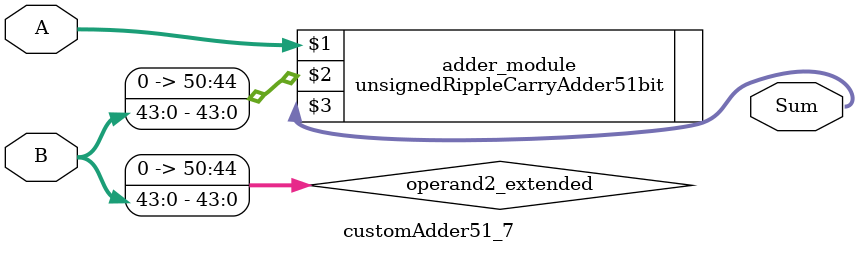
<source format=v>
module customAdder51_7(
                        input [50 : 0] A,
                        input [43 : 0] B,
                        
                        output [51 : 0] Sum
                );

        wire [50 : 0] operand2_extended;
        
        assign operand2_extended =  {7'b0, B};
        
        unsignedRippleCarryAdder51bit adder_module(
            A,
            operand2_extended,
            Sum
        );
        
        endmodule
        
</source>
